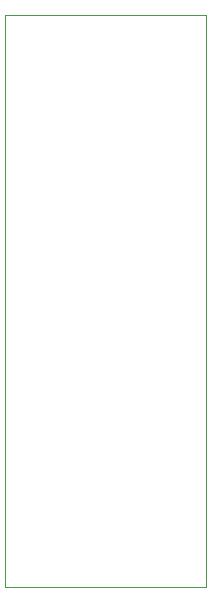
<source format=gbr>
%TF.GenerationSoftware,KiCad,Pcbnew,(5.1.9)-1*%
%TF.CreationDate,2021-02-04T07:57:01-05:00*%
%TF.ProjectId,NerdConsole_BreadBoard_BridgeMonitor16,4e657264-436f-46e7-936f-6c655f427265,rev?*%
%TF.SameCoordinates,Original*%
%TF.FileFunction,Profile,NP*%
%FSLAX46Y46*%
G04 Gerber Fmt 4.6, Leading zero omitted, Abs format (unit mm)*
G04 Created by KiCad (PCBNEW (5.1.9)-1) date 2021-02-04 07:57:01*
%MOMM*%
%LPD*%
G01*
G04 APERTURE LIST*
%TA.AperFunction,Profile*%
%ADD10C,0.050000*%
%TD*%
G04 APERTURE END LIST*
D10*
X104000000Y-68000000D02*
X104000000Y-116500000D01*
X121000000Y-68000000D02*
X104000000Y-68000000D01*
X121000000Y-116500000D02*
X121000000Y-68000000D01*
X104000000Y-116500000D02*
X121000000Y-116500000D01*
M02*

</source>
